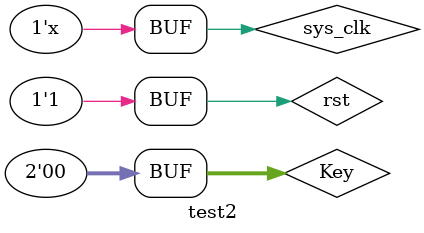
<source format=v>
`timescale 1ns/1ns

module Time(Sys_CLK,x,SEG,COM,Key,Switch,Sys_RST,LED
	);
  input Sys_CLK;
  input [1:0] Switch;
  input [1:0] Key;
  output reg x;
  output [7:0] SEG;
  output [1:0] COM;
  output reg [3:0] LED;
  input Sys_RST;
  reg [7:0] max = 8'd6;
  reg [7:0] max2 = 8'd6;
  localparam TIMER_HW_PASS=8'd9;
  localparam TIMER_HW_WARN=8'd3;
  localparam TIMER_CR_PASS=8'd6;
  wire [7:0] Ten;
  wire [7:0] One;
  localparam DIV_FACTOR = 32'd250000 ;//提了十倍频，加快仿真
	reg div_clk = 0 ;			/* Sys_CLK = 50MHz, div_clk = 5kHz */
	reg [ 31:0 ] div_cnt = 32'd0 ;
	reg COM_cnt = 0;				/* toggle count for COM */
	
	/* procedual block to divide the Sys_CLK */
	always @( posedge Sys_CLK ) begin
		if( div_cnt < DIV_FACTOR ) div_cnt <= div_cnt + 32'd1 ;
		else begin
			div_clk <= ~div_clk ;
			div_cnt <= 32'd0 ;
		end
	end
  reg [7:0] count = 0;
  always @(posedge div_clk or negedge Sys_RST)
  begin
       if(~Sys_RST)begin
         count <= 0;
			x<=0;
			end
       else if(max2 - 1 <= count)//注意这里是max2
       begin
         count <= 0;
         x<=0;
       end
     else if(max2 - 2 == count)begin
       count <= count + 1;
       x <= 1;
     end
       else 
       begin
          count <= count + 1;
          x<=0;
       end
  end
  
  wire [7:0] num_for_display;
  assign num_for_display = max2 - count;
  
  to u3(.num(num_for_display),.Ten(Ten),.One(One));

  wire [7:0] SEG_L;
  wire [7:0] SEG_H;
  Double_nixietube_by_segments display_gen(.Sys_CLK(Sys_CLK) , .COM(COM), .SEG(SEG), .SEG_H(SEG_L), .SEG_L(SEG_H), .en(1));
  Symbol_to_SEG display1( .symbol(Ten), .dp(1), .SEG(SEG_H) ); 
  Symbol_to_SEG display2( .symbol(One), .dp(0), .SEG(SEG_L) );
  
  reg extend = 0;
  reg completed = 0;
  reg [1:0] usedcount = 0;
  wire [1:0] Key_Out;
  wire Key_CLK;
  Key_debounce instance_name (
    .Sys_CLK(Sys_CLK), 
    .Key_In(Key), 
    .Key_Out(Key_Out), 
    .Div_CLK(Key_CLK)
    );
  
  always@(posedge div_clk or negedge Sys_RST)begin
  
    if(~Sys_RST) begin
		max2 <= TIMER_CR_PASS; max <= TIMER_CR_PASS;usedcount <= 0;
	 end
	 else
		case ( max ) //不能用max2，因为按下按钮max2不再与三个常量相匹配
         TIMER_HW_PASS : begin LED <= 4'b0011; if(x) begin max2 <= TIMER_HW_WARN; max <= TIMER_HW_WARN; end else if(extend) begin max2 <= TIMER_HW_WARN + count; max <= TIMER_HW_WARN; usedcount <= usedcount + 1;end end
         TIMER_HW_WARN : begin LED <= 4'b0110; if(x) begin max2 <= TIMER_CR_PASS; max <= TIMER_CR_PASS; end end
         TIMER_CR_PASS : begin LED <= 4'b1001; if(x) begin max2 <= TIMER_HW_PASS; max <= TIMER_HW_PASS; usedcount <= 0;end else if(extend && (usedcount < 2'b11) ) begin max2 <= max2 + 30; usedcount <= usedcount + 1;end end
       endcase
	end
	
	always@(posedge div_clk)begin
		
		if(Key[0])begin
			if(~completed)begin
				completed <= 1;
				extend <= 1;
			end
			else begin
				extend <= 0;
			end
		end
		else begin
			completed <= 0;
			extend <= 0;
		end
	end
endmodule



module test();
  
  reg sys_clk = 0;
  reg rst;
  
  always #10 sys_clk = ~sys_clk;
  reg [1:0] Key;
  initial begin
    Key = 0;
    rst = 1;
    #500000
    rst = 0;
    #1000000
    rst = 1;
    #10000000
    Key[0] = 1;
    #30000000//一般手按下Key的保持时间大于div_clk
    Key[0] = 0;
    #10000000
    Key[0] = 1;
    #30000000//
    Key[0] = 0;
    #10000000
    Key[0] = 1;
    #30000000//
    Key[0] = 0;
    #10000000
    Key[0] = 1;
    #30000000//
    Key[0] = 0;
    //加时4次
  end
  Time t1(.Sys_CLK(sys_clk),.Sys_RST(rst),.Key(Key));

endmodule

module test2();
  
  reg sys_clk = 0;
  reg rst;
  
  always #10 sys_clk = ~sys_clk;
  reg [1:0] Key;
  initial begin
    Key = 0;
    rst = 1;
    #500000
    rst = 0;
    #1000000
    rst = 1;
    #60000000//等6个周期到行车状态
    Key[0] = 1;
    #10000000
    Key[0] = 0;
    #10000000
    Key[0] = 1;//警告状态按下按钮
    #30000000//
    Key[0] = 0;
    #10000000
    Key[0] = 1;
    #30000000//
    Key[0] = 0;
    #10000000
    Key[0] = 1;
    #30000000//
    Key[0] = 0;
    #10000000
    Key[0] = 1;
    #30000000//
    Key[0] = 0;
    //加时三次
  end
  Time t1(.Sys_CLK(sys_clk),.Sys_RST(rst),.Key(Key));

endmodule

</source>
